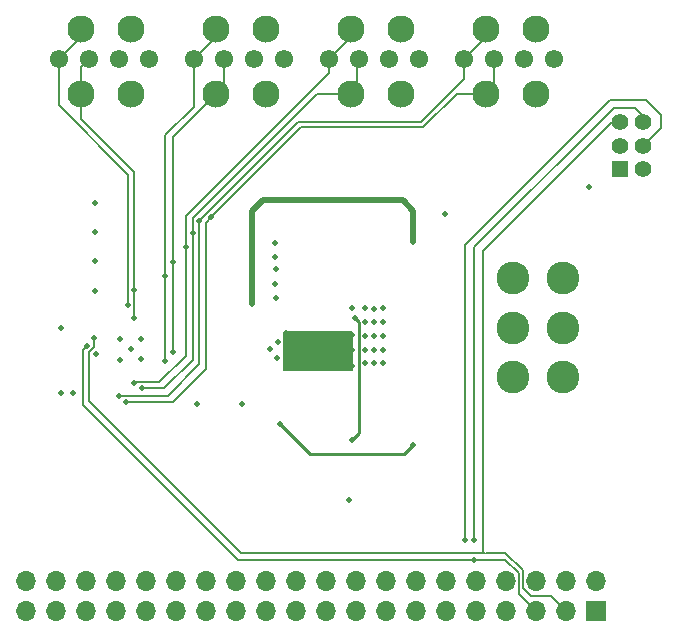
<source format=gbr>
%TF.GenerationSoftware,KiCad,Pcbnew,8.0.1*%
%TF.CreationDate,2024-04-04T15:13:06-04:00*%
%TF.ProjectId,AntHat,416e7448-6174-42e6-9b69-6361645f7063,rev?*%
%TF.SameCoordinates,Original*%
%TF.FileFunction,Copper,L4,Bot*%
%TF.FilePolarity,Positive*%
%FSLAX46Y46*%
G04 Gerber Fmt 4.6, Leading zero omitted, Abs format (unit mm)*
G04 Created by KiCad (PCBNEW 8.0.1) date 2024-04-04 15:13:06*
%MOMM*%
%LPD*%
G01*
G04 APERTURE LIST*
%TA.AperFunction,ComponentPad*%
%ADD10C,2.300000*%
%TD*%
%TA.AperFunction,HeatsinkPad*%
%ADD11C,0.500000*%
%TD*%
%TA.AperFunction,HeatsinkPad*%
%ADD12R,4.400000X1.800000*%
%TD*%
%TA.AperFunction,ComponentPad*%
%ADD13C,1.549400*%
%TD*%
%TA.AperFunction,ComponentPad*%
%ADD14R,1.400000X1.400000*%
%TD*%
%TA.AperFunction,ComponentPad*%
%ADD15C,1.400000*%
%TD*%
%TA.AperFunction,ComponentPad*%
%ADD16C,2.775000*%
%TD*%
%TA.AperFunction,ComponentPad*%
%ADD17R,1.700000X1.700000*%
%TD*%
%TA.AperFunction,ComponentPad*%
%ADD18O,1.700000X1.700000*%
%TD*%
%TA.AperFunction,ViaPad*%
%ADD19C,0.500000*%
%TD*%
%TA.AperFunction,Conductor*%
%ADD20C,0.254000*%
%TD*%
%TA.AperFunction,Conductor*%
%ADD21C,0.508000*%
%TD*%
%TA.AperFunction,Conductor*%
%ADD22C,0.230000*%
%TD*%
%TA.AperFunction,Conductor*%
%ADD23C,0.200000*%
%TD*%
G04 APERTURE END LIST*
D10*
%TO.P,J8,1,Pin_1*%
%TO.N,GND*%
X158640000Y-74240000D03*
%TO.P,J8,2,Pin_2*%
%TO.N,/12V*%
X158640000Y-79740000D03*
%TO.P,J8,3,Pin_3*%
%TO.N,/TACH1*%
X154440000Y-79740000D03*
%TO.P,J8,4,Pin_4*%
%TO.N,/PWM1*%
X154440000Y-74240000D03*
%TD*%
%TO.P,J9,1,Pin_1*%
%TO.N,GND*%
X147210000Y-74240000D03*
%TO.P,J9,2,Pin_2*%
%TO.N,/12V*%
X147210000Y-79740000D03*
%TO.P,J9,3,Pin_3*%
%TO.N,/TACH2*%
X143010000Y-79740000D03*
%TO.P,J9,4,Pin_4*%
%TO.N,/PWM2*%
X143010000Y-74240000D03*
%TD*%
%TO.P,J10,1,Pin_1*%
%TO.N,GND*%
X135780000Y-74240000D03*
%TO.P,J10,2,Pin_2*%
%TO.N,/12V*%
X135780000Y-79740000D03*
%TO.P,J10,3,Pin_3*%
%TO.N,/TACH3*%
X131580000Y-79740000D03*
%TO.P,J10,4,Pin_4*%
%TO.N,/PWM3*%
X131580000Y-74240000D03*
%TD*%
%TO.P,J11,1,Pin_1*%
%TO.N,GND*%
X124350000Y-74240000D03*
%TO.P,J11,2,Pin_2*%
%TO.N,/12V*%
X124350000Y-79740000D03*
%TO.P,J11,3,Pin_3*%
%TO.N,/TACH4*%
X120150000Y-79740000D03*
%TO.P,J11,4,Pin_4*%
%TO.N,/PWM4*%
X120150000Y-74240000D03*
%TD*%
D11*
%TO.P,U1,9,EP*%
%TO.N,GND*%
X142228553Y-100757422D03*
X140928553Y-100757422D03*
X139628553Y-100757422D03*
X138328553Y-100757422D03*
D12*
X140278553Y-101407422D03*
D11*
X142228553Y-102057422D03*
X140928553Y-102057422D03*
X139628553Y-102057422D03*
X138328553Y-102057422D03*
%TD*%
D13*
%TO.P,J5,1,Pin_1*%
%TO.N,GND*%
X148716667Y-76830000D03*
%TO.P,J5,2,Pin_2*%
%TO.N,/12V*%
X146176667Y-76830000D03*
%TO.P,J5,3,Pin_3*%
%TO.N,/TACH2*%
X143636667Y-76830000D03*
%TO.P,J5,4,Pin_4*%
%TO.N,/PWM2*%
X141096667Y-76830000D03*
%TD*%
D14*
%TO.P,J3,1,Pin_1*%
%TO.N,unconnected-(J3-Pin_1-Pad1)*%
X165740000Y-86130000D03*
D15*
%TO.P,J3,2,Pin_2*%
%TO.N,GND*%
X165740000Y-84130000D03*
%TO.P,J3,3,Pin_3*%
%TO.N,/SDA*%
X165740000Y-82130000D03*
%TO.P,J3,4,Pin_4*%
%TO.N,unconnected-(J3-Pin_4-Pad4)*%
X167740000Y-86130000D03*
%TO.P,J3,5,Pin_5*%
%TO.N,/PSU_EN*%
X167740000Y-84130000D03*
%TO.P,J3,6,Pin_6*%
%TO.N,/SCL*%
X167740000Y-82130000D03*
%TD*%
D16*
%TO.P,J2,1,1*%
%TO.N,/VIN*%
X160910000Y-95330000D03*
%TO.P,J2,2,2*%
X160910000Y-99530000D03*
%TO.P,J2,3,3*%
X160910000Y-103730000D03*
%TO.P,J2,4,4*%
%TO.N,GND*%
X156710000Y-95330000D03*
%TO.P,J2,5,5*%
X156710000Y-99530000D03*
%TO.P,J2,6,6*%
X156710000Y-103730000D03*
%TD*%
D13*
%TO.P,J4,1,Pin_1*%
%TO.N,GND*%
X160150000Y-76830000D03*
%TO.P,J4,2,Pin_2*%
%TO.N,/12V*%
X157610000Y-76830000D03*
%TO.P,J4,3,Pin_3*%
%TO.N,/TACH1*%
X155070000Y-76830000D03*
%TO.P,J4,4,Pin_4*%
%TO.N,/PWM1*%
X152530000Y-76830000D03*
%TD*%
%TO.P,J6,1,Pin_1*%
%TO.N,GND*%
X137283334Y-76830000D03*
%TO.P,J6,2,Pin_2*%
%TO.N,/12V*%
X134743334Y-76830000D03*
%TO.P,J6,3,Pin_3*%
%TO.N,/TACH3*%
X132203334Y-76830000D03*
%TO.P,J6,4,Pin_4*%
%TO.N,/PWM3*%
X129663334Y-76830000D03*
%TD*%
%TO.P,J7,1,Pin_1*%
%TO.N,GND*%
X125850000Y-76830000D03*
%TO.P,J7,2,Pin_2*%
%TO.N,/12V*%
X123310000Y-76830000D03*
%TO.P,J7,3,Pin_3*%
%TO.N,/TACH4*%
X120770000Y-76830000D03*
%TO.P,J7,4,Pin_4*%
%TO.N,/PWM4*%
X118230000Y-76830000D03*
%TD*%
D17*
%TO.P,J1,1,3V3*%
%TO.N,/3V3*%
X163741320Y-123511320D03*
D18*
%TO.P,J1,2,5V*%
%TO.N,/5V*%
X163741320Y-120971320D03*
%TO.P,J1,3,SDA/GPIO2*%
%TO.N,/SDA*%
X161201320Y-123511320D03*
%TO.P,J1,4,5V*%
%TO.N,/5V*%
X161201320Y-120971320D03*
%TO.P,J1,5,SCL/GPIO3*%
%TO.N,/SCL*%
X158661320Y-123511320D03*
%TO.P,J1,6,GND*%
%TO.N,GND*%
X158661320Y-120971320D03*
%TO.P,J1,7,GCLK0/GPIO4*%
%TO.N,unconnected-(J1-GCLK0{slash}GPIO4-Pad7)*%
X156121320Y-123511320D03*
%TO.P,J1,8,GPIO14/TXD*%
%TO.N,unconnected-(J1-GPIO14{slash}TXD-Pad8)*%
X156121320Y-120971320D03*
%TO.P,J1,9,GND*%
%TO.N,GND*%
X153581320Y-123511320D03*
%TO.P,J1,10,GPIO15/RXD*%
%TO.N,unconnected-(J1-GPIO15{slash}RXD-Pad10)*%
X153581320Y-120971320D03*
%TO.P,J1,11,GPIO17*%
%TO.N,/PSU_EN*%
X151041320Y-123511320D03*
%TO.P,J1,12,GPIO18/PWM0*%
%TO.N,unconnected-(J1-GPIO18{slash}PWM0-Pad12)*%
X151041320Y-120971320D03*
%TO.P,J1,13,GPIO27*%
%TO.N,unconnected-(J1-GPIO27-Pad13)*%
X148501320Y-123511320D03*
%TO.P,J1,14,GND*%
%TO.N,GND*%
X148501320Y-120971320D03*
%TO.P,J1,15,GPIO22*%
%TO.N,unconnected-(J1-GPIO22-Pad15)*%
X145961320Y-123511320D03*
%TO.P,J1,16,GPIO23*%
%TO.N,unconnected-(J1-GPIO23-Pad16)*%
X145961320Y-120971320D03*
%TO.P,J1,17,3V3*%
%TO.N,/3V3*%
X143421320Y-123511320D03*
%TO.P,J1,18,GPIO24*%
%TO.N,unconnected-(J1-GPIO24-Pad18)*%
X143421320Y-120971320D03*
%TO.P,J1,19,MOSI0/GPIO10*%
%TO.N,unconnected-(J1-MOSI0{slash}GPIO10-Pad19)*%
X140881320Y-123511320D03*
%TO.P,J1,20,GND*%
%TO.N,GND*%
X140881320Y-120971320D03*
%TO.P,J1,21,MISO0/GPIO9*%
%TO.N,unconnected-(J1-MISO0{slash}GPIO9-Pad21)*%
X138341320Y-123511320D03*
%TO.P,J1,22,GPIO25*%
%TO.N,unconnected-(J1-GPIO25-Pad22)*%
X138341320Y-120971320D03*
%TO.P,J1,23,SCLK0/GPIO11*%
%TO.N,unconnected-(J1-SCLK0{slash}GPIO11-Pad23)*%
X135801320Y-123511320D03*
%TO.P,J1,24,~{CE0}/GPIO8*%
%TO.N,unconnected-(J1-~{CE0}{slash}GPIO8-Pad24)*%
X135801320Y-120971320D03*
%TO.P,J1,25,GND*%
%TO.N,GND*%
X133261320Y-123511320D03*
%TO.P,J1,26,~{CE1}/GPIO7*%
%TO.N,unconnected-(J1-~{CE1}{slash}GPIO7-Pad26)*%
X133261320Y-120971320D03*
%TO.P,J1,27,ID_SD/GPIO0*%
%TO.N,unconnected-(J1-ID_SD{slash}GPIO0-Pad27)*%
X130721320Y-123511320D03*
%TO.P,J1,28,ID_SC/GPIO1*%
%TO.N,unconnected-(J1-ID_SC{slash}GPIO1-Pad28)*%
X130721320Y-120971320D03*
%TO.P,J1,29,GCLK1/GPIO5*%
%TO.N,unconnected-(J1-GCLK1{slash}GPIO5-Pad29)*%
X128181320Y-123511320D03*
%TO.P,J1,30,GND*%
%TO.N,GND*%
X128181320Y-120971320D03*
%TO.P,J1,31,GCLK2/GPIO6*%
%TO.N,unconnected-(J1-GCLK2{slash}GPIO6-Pad31)*%
X125641320Y-123511320D03*
%TO.P,J1,32,PWM0/GPIO12*%
%TO.N,unconnected-(J1-PWM0{slash}GPIO12-Pad32)*%
X125641320Y-120971320D03*
%TO.P,J1,33,PWM1/GPIO13*%
%TO.N,unconnected-(J1-PWM1{slash}GPIO13-Pad33)*%
X123101320Y-123511320D03*
%TO.P,J1,34,GND*%
%TO.N,GND*%
X123101320Y-120971320D03*
%TO.P,J1,35,GPIO19/MISO1*%
%TO.N,unconnected-(J1-GPIO19{slash}MISO1-Pad35)*%
X120561320Y-123511320D03*
%TO.P,J1,36,GPIO16*%
%TO.N,/FAN_ALERT*%
X120561320Y-120971320D03*
%TO.P,J1,37,GPIO26*%
%TO.N,unconnected-(J1-GPIO26-Pad37)*%
X118021320Y-123511320D03*
%TO.P,J1,38,GPIO20/MOSI1*%
%TO.N,unconnected-(J1-GPIO20{slash}MOSI1-Pad38)*%
X118021320Y-120971320D03*
%TO.P,J1,39,GND*%
%TO.N,GND*%
X115481320Y-123511320D03*
%TO.P,J1,40,GPIO21/SCLK1*%
%TO.N,unconnected-(J1-GPIO21{slash}SCLK1-Pad40)*%
X115481320Y-120971320D03*
%TD*%
D19*
%TO.N,GND*%
X144910000Y-102570000D03*
X144910000Y-99082500D03*
X150980000Y-89900000D03*
X144910000Y-100245000D03*
X145678553Y-100232422D03*
X145678553Y-99069922D03*
X125180000Y-100540000D03*
X145678553Y-97907422D03*
X119410000Y-105110000D03*
X136590000Y-97000000D03*
X137443553Y-99992422D03*
X144190000Y-101387500D03*
X144190000Y-102550000D03*
X145678553Y-102557422D03*
X144190000Y-100225000D03*
X142830000Y-114120000D03*
X137478553Y-101357422D03*
X137463553Y-102872422D03*
X136540000Y-93539990D03*
X136120000Y-101350000D03*
X136540000Y-95850000D03*
X143078553Y-97897412D03*
X136590000Y-94600000D03*
X144190000Y-97900000D03*
X163140000Y-87660000D03*
X143078553Y-100157422D03*
X143078553Y-101407422D03*
X136790000Y-100730000D03*
X136540000Y-92350000D03*
X143078553Y-102757422D03*
X124370000Y-101380000D03*
X123430000Y-102240000D03*
X144910000Y-97920000D03*
X123430000Y-100530000D03*
X144190000Y-99062500D03*
X145678553Y-101394922D03*
X136750000Y-102100000D03*
X144910000Y-101407500D03*
X125190000Y-102230000D03*
%TO.N,Net-(U1-BST)*%
X143078553Y-109007422D03*
X143290000Y-98720000D03*
%TO.N,/5V*%
X134620000Y-95150000D03*
X136928553Y-107707422D03*
X148250000Y-109480000D03*
X134620000Y-90230000D03*
X134620000Y-92670000D03*
X134620000Y-97540000D03*
X148210000Y-92260000D03*
%TO.N,/3V3*%
X118420000Y-99570000D03*
X121270000Y-93920000D03*
X121270000Y-96400000D03*
X118440000Y-105110000D03*
X133730000Y-105980000D03*
X121270000Y-89020000D03*
X121270000Y-91400000D03*
X121420000Y-101800000D03*
X129980000Y-106000000D03*
%TO.N,/SDA*%
X121220000Y-100410000D03*
%TO.N,/SCL*%
X120630000Y-101090000D03*
X153370000Y-117510000D03*
X153370000Y-119170000D03*
%TO.N,/PSU_EN*%
X152620000Y-117510000D03*
%TO.N,/TACH1*%
X123930000Y-105840000D03*
X131165000Y-90175000D03*
%TO.N,/PWM1*%
X123330000Y-105300000D03*
X130126737Y-90506736D03*
%TO.N,/TACH2*%
X125300000Y-104670000D03*
X129570000Y-91520000D03*
%TO.N,/PWM2*%
X124580000Y-104190000D03*
X129010000Y-92720000D03*
%TO.N,/PWM3*%
X127240000Y-95170000D03*
X127240000Y-102370000D03*
%TO.N,/TACH3*%
X127910000Y-101640000D03*
X127890000Y-93950000D03*
%TO.N,/TACH4*%
X124620000Y-98710000D03*
X124620000Y-96350000D03*
%TO.N,/PWM4*%
X124110000Y-97610000D03*
%TD*%
D20*
%TO.N,Net-(U1-BST)*%
X143663000Y-99093000D02*
X143663000Y-108422975D01*
X143663000Y-108422975D02*
X143078553Y-109007422D01*
X143290000Y-98720000D02*
X143663000Y-99093000D01*
D21*
%TO.N,/5V*%
X135530000Y-88760000D02*
X147350000Y-88760000D01*
D22*
X139478553Y-110257422D02*
X136928553Y-107707422D01*
D21*
X148210000Y-89620000D02*
X148210000Y-92260000D01*
X134620000Y-97540000D02*
X134620000Y-95150000D01*
D22*
X147472578Y-110257422D02*
X139478553Y-110257422D01*
X148250000Y-109480000D02*
X147472578Y-110257422D01*
D21*
X134620000Y-95150000D02*
X134620000Y-92670000D01*
X147350000Y-88760000D02*
X148210000Y-89620000D01*
X134620000Y-90230000D02*
X134620000Y-89670000D01*
X134620000Y-89670000D02*
X135530000Y-88760000D01*
X134620000Y-92670000D02*
X134620000Y-90230000D01*
D23*
%TO.N,/SDA*%
X120820000Y-101607107D02*
X121220000Y-101207107D01*
X159920000Y-122230000D02*
X161201320Y-123511320D01*
X157511600Y-120081600D02*
X157511600Y-121561600D01*
X121220000Y-101207107D02*
X121220000Y-100410000D01*
X154160000Y-118570000D02*
X154160000Y-93030000D01*
X157511600Y-121561600D02*
X158180000Y-122230000D01*
X133680000Y-118590000D02*
X120820000Y-105730000D01*
X154350000Y-118590000D02*
X133680000Y-118590000D01*
X154390000Y-118590000D02*
X156020000Y-118590000D01*
X156020000Y-118590000D02*
X157511600Y-120081600D01*
X158180000Y-122230000D02*
X159920000Y-122230000D01*
X120820000Y-105730000D02*
X120820000Y-101607107D01*
X165060000Y-82130000D02*
X165740000Y-82130000D01*
X154160000Y-93030000D02*
X165060000Y-82130000D01*
%TO.N,/SCL*%
X157210000Y-122060000D02*
X157210000Y-120350000D01*
X157210000Y-120350000D02*
X156030000Y-119170000D01*
X153370000Y-119170000D02*
X133400000Y-119170000D01*
X120310000Y-106080000D02*
X120310000Y-101410000D01*
X158661320Y-123511320D02*
X157210000Y-122060000D01*
X133400000Y-119170000D02*
X120310000Y-106080000D01*
X167050000Y-80900000D02*
X165210000Y-80900000D01*
X153370000Y-92740000D02*
X153370000Y-117510000D01*
X165210000Y-80900000D02*
X153370000Y-92740000D01*
X156030000Y-119170000D02*
X153370000Y-119170000D01*
X120310000Y-101410000D02*
X120630000Y-101090000D01*
X167740000Y-82130000D02*
X167740000Y-81590000D01*
X167740000Y-81590000D02*
X167050000Y-80900000D01*
%TO.N,/PSU_EN*%
X167940000Y-80280000D02*
X169220000Y-81560000D01*
X169220000Y-81560000D02*
X169220000Y-82650000D01*
X152630000Y-117500000D02*
X152630000Y-92580000D01*
X164930000Y-80280000D02*
X167940000Y-80280000D01*
X169220000Y-82650000D02*
X167740000Y-84130000D01*
X152630000Y-92580000D02*
X164930000Y-80280000D01*
X152620000Y-117510000D02*
X152630000Y-117500000D01*
%TO.N,/TACH1*%
X127880000Y-105830000D02*
X130700000Y-103010000D01*
X123930000Y-105840000D02*
X123940000Y-105830000D01*
X130700000Y-103010000D02*
X130700000Y-90640000D01*
X131165000Y-90175000D02*
X138760000Y-82580000D01*
X130700000Y-90640000D02*
X131165000Y-90175000D01*
X151920000Y-79740000D02*
X154440000Y-79740000D01*
X123940000Y-105830000D02*
X127880000Y-105830000D01*
X155070000Y-79110000D02*
X154440000Y-79740000D01*
X155070000Y-76830000D02*
X155070000Y-79110000D01*
X149080000Y-82580000D02*
X151920000Y-79740000D01*
X138760000Y-82580000D02*
X149080000Y-82580000D01*
%TO.N,/PWM1*%
X138533473Y-82100000D02*
X148890000Y-82100000D01*
X127480000Y-105300000D02*
X130126737Y-102653263D01*
X130126737Y-102653263D02*
X130126737Y-90506736D01*
X152530000Y-76830000D02*
X154440000Y-74920000D01*
X123330000Y-105300000D02*
X127480000Y-105300000D01*
X130126737Y-90506736D02*
X138533473Y-82100000D01*
X154440000Y-74920000D02*
X154440000Y-74240000D01*
X148890000Y-82100000D02*
X152530000Y-78460000D01*
X152530000Y-78460000D02*
X152530000Y-76830000D01*
%TO.N,/TACH2*%
X129570000Y-91520000D02*
X129570000Y-90290000D01*
X143490000Y-79260000D02*
X143490000Y-76976667D01*
X125300000Y-104670000D02*
X127160000Y-104670000D01*
X140120000Y-79740000D02*
X143010000Y-79740000D01*
X129570000Y-102260000D02*
X129570000Y-91520000D01*
X129570000Y-90290000D02*
X140120000Y-79740000D01*
X143490000Y-76976667D02*
X143636667Y-76830000D01*
X143010000Y-79740000D02*
X143490000Y-79260000D01*
X127160000Y-104670000D02*
X129570000Y-102260000D01*
%TO.N,/PWM2*%
X129010000Y-101900000D02*
X129010000Y-92720000D01*
X126740000Y-104170000D02*
X129010000Y-101900000D01*
X141096667Y-78013333D02*
X141096667Y-76830000D01*
X124600000Y-104170000D02*
X126740000Y-104170000D01*
X124580000Y-104190000D02*
X124600000Y-104170000D01*
X141096667Y-76830000D02*
X143010000Y-74916667D01*
X129010000Y-90100000D02*
X141096667Y-78013333D01*
X129010000Y-92720000D02*
X129010000Y-90100000D01*
X143010000Y-74916667D02*
X143010000Y-74240000D01*
%TO.N,/PWM3*%
X129663334Y-80816666D02*
X129663334Y-76830000D01*
X127240000Y-83240000D02*
X129663334Y-80816666D01*
X127240000Y-95170000D02*
X127240000Y-83240000D01*
X131580000Y-74913334D02*
X131580000Y-74240000D01*
X127240000Y-102370000D02*
X127240000Y-95170000D01*
X129663334Y-76830000D02*
X131580000Y-74913334D01*
%TO.N,/TACH3*%
X131580000Y-79740000D02*
X131580000Y-79650000D01*
X132203334Y-79026666D02*
X132203334Y-76830000D01*
X127910000Y-101640000D02*
X127890000Y-101620000D01*
X127890000Y-101620000D02*
X127890000Y-93950000D01*
X127890000Y-83430000D02*
X131580000Y-79740000D01*
X127890000Y-93950000D02*
X127890000Y-83430000D01*
X131580000Y-79650000D02*
X132203334Y-79026666D01*
%TO.N,/TACH4*%
X124620000Y-98710000D02*
X124620000Y-96350000D01*
X124620000Y-96350000D02*
X124620000Y-86330000D01*
X120150000Y-77450000D02*
X120770000Y-76830000D01*
X124620000Y-86330000D02*
X120150000Y-81860000D01*
X120150000Y-81860000D02*
X120150000Y-79740000D01*
X120150000Y-79740000D02*
X120150000Y-77450000D01*
%TO.N,/PWM4*%
X118230000Y-76830000D02*
X120150000Y-74910000D01*
X120150000Y-74910000D02*
X120150000Y-74240000D01*
X118230000Y-80710000D02*
X118230000Y-76830000D01*
X124110000Y-97610000D02*
X124110000Y-86590000D01*
X124110000Y-86590000D02*
X118230000Y-80710000D01*
%TD*%
%TA.AperFunction,Conductor*%
%TO.N,GND*%
G36*
X143077621Y-99827424D02*
G01*
X143124114Y-99881080D01*
X143135500Y-99933422D01*
X143135500Y-103081422D01*
X143115498Y-103149543D01*
X143061842Y-103196036D01*
X143009500Y-103207422D01*
X137354553Y-103207422D01*
X137286432Y-103187420D01*
X137239939Y-103133764D01*
X137228553Y-103081422D01*
X137228553Y-99933422D01*
X137248555Y-99865301D01*
X137302211Y-99818808D01*
X137354553Y-99807422D01*
X143009500Y-99807422D01*
X143077621Y-99827424D01*
G37*
%TD.AperFunction*%
%TD*%
M02*

</source>
